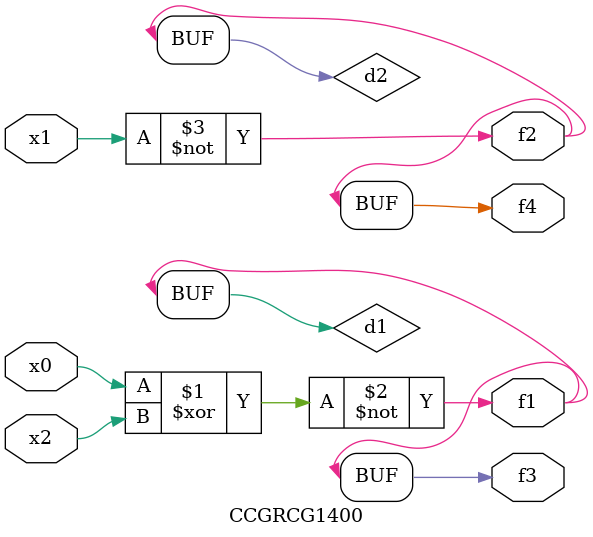
<source format=v>
module CCGRCG1400(
	input x0, x1, x2,
	output f1, f2, f3, f4
);

	wire d1, d2, d3;

	xnor (d1, x0, x2);
	nand (d2, x1);
	nor (d3, x1, x2);
	assign f1 = d1;
	assign f2 = d2;
	assign f3 = d1;
	assign f4 = d2;
endmodule

</source>
